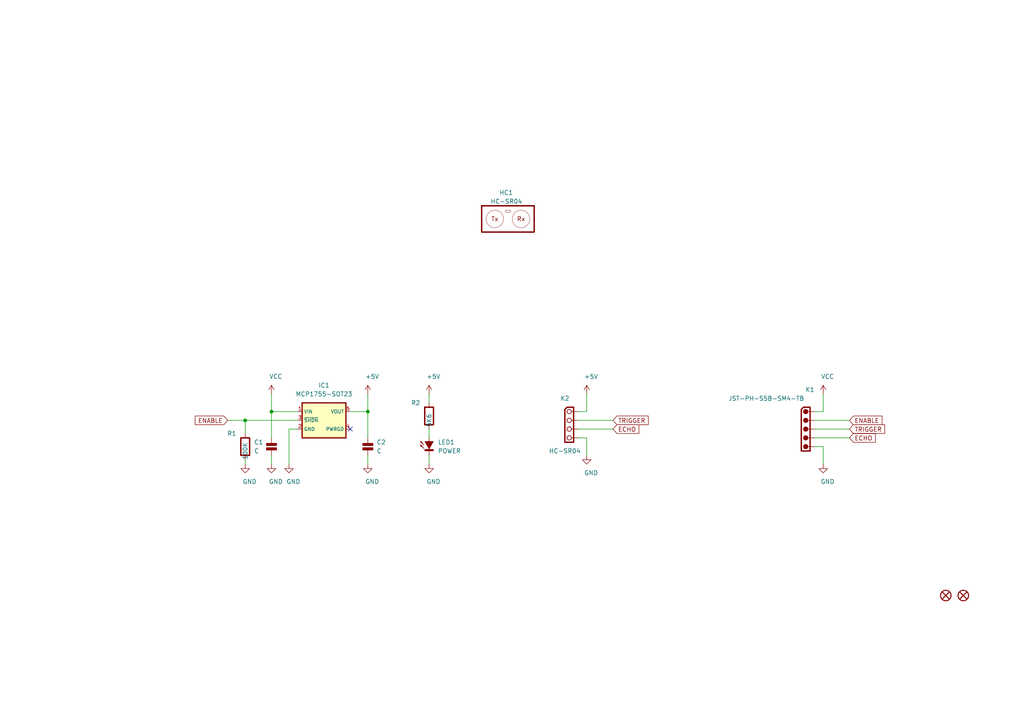
<source format=kicad_sch>
(kicad_sch (version 20210126) (generator eeschema)
  (paper "A4")
  (title_block (title "Diagram") (date "01/2021") (rev "A") (comment 1 "TBOT - PIC8-Bit"))
  (lib_symbols
    (symbol "power:+5V" (power) (pin_names (offset 0))
      (property "Value" "+5V" (at 0 3.556 0))
      (symbol "+5V_0_1"
        (polyline (pts (xy -0.762 1.27) (xy 0 2.54)))
        (polyline (pts (xy 0 0) (xy 0 2.54)))
        (polyline (pts (xy 0 2.54) (xy 0.762 1.27)))
      )
      (symbol "+5V_1_1"
        (pin power_in line (at 0 0 90) (length 0) hide (name "+5V") (number "1"))
      )
    )
    (symbol "power:GND" (power) (pin_names (offset 0))
      (property "Value" "GND" (at 0 -3.81 0))
      (symbol "GND_0_1"
        (polyline (pts (xy 0 0) (xy 0 -1.27) (xy 1.27 -1.27) (xy 0 -2.54) (xy -1.27 -1.27) (xy 0 -1.27)))
      )
      (symbol "GND_1_1"
        (pin power_in line (at 0 0 270) (length 0) hide (name "GND") (number "1"))
      )
    )
    (symbol "power:VCC" (power) (pin_names (offset 0))
      (property "Value" "VCC" (at 0 3.81 0))
      (symbol "VCC_0_1"
        (polyline (pts (xy -0.762 1.27) (xy 0 2.54)))
        (polyline (pts (xy 0 0) (xy 0 2.54)))
        (polyline (pts (xy 0 2.54) (xy 0.762 1.27)))
      )
      (symbol "VCC_1_1"
        (pin power_in line (at 0 0 90) (length 0) hide (name "VCC") (number "1"))
      )
    )
    (symbol "tronixALL:C" (pin_numbers hide) (pin_names (offset 0) hide)
      (property "Reference" "C" (at 0.635 2.54 0))
      (property "Value" "C" (at 0.635 -2.54 0))
      (symbol "C_0_1"
        (rectangle (start -1.524 -0.254) (end 1.524 -1.016) (stroke (width 0.001)) (fill (type outline)))
        (rectangle (start -1.524 1.016) (end 1.524 0.254) (stroke (width 0.001)) (fill (type outline)))
      )
      (symbol "C_1_1"
        (pin passive line (at 0 2.54 270) (length 1.905) (name "~") (number "1"))
        (pin passive line (at 0 -2.54 90) (length 1.905) (name "~") (number "2"))
      )
    )
    (symbol "tronixALL:HC-SR04" (pin_names (offset 0.5) hide)
      (property "Reference" "HC" (at 0 5.08 0))
      (property "Value" "HC-SR04" (at 0 -5.08 0))
      (symbol "HC-SR04_0_0"
        (text "Tx" (at -3.81 0 0) (effects (font (size 1.27 1.27))))
        (text "Rx" (at 3.81 0 0) (effects (font (size 1.27 1.27))))
      )
      (symbol "HC-SR04_0_1"
        (arc (start -0.635 1.905) (end -0.635 2.54) (radius (at -0.3016 2.2225) (length 0.4604) (angles -136.4 136.4)) (stroke (width 0.0006)))
        (arc (start 0.635 2.54) (end 0.635 1.905) (radius (at 0.3063 2.2225) (length 0.457) (angles 44 -44)) (stroke (width 0.0006)))
        (circle (center 3.81 0) (radius 2.54) (stroke (width 0.0006)))
        (circle (center -3.81 0) (radius 2.54) (stroke (width 0.0006)))
        (rectangle (start -7.62 3.81) (end 7.62 -3.81) (stroke (width 0.4)))
        (polyline (pts (xy -0.635 1.905) (xy 0.635 1.905)) (stroke (width 0.0006)))
        (polyline (pts (xy 0.635 2.54) (xy -0.635 2.54)) (stroke (width 0.0006)))
      )
    )
    (symbol "tronixALL:JST-PH-S5B-SM4-TB" (pin_numbers hide) (pin_names (offset 0) hide)
      (property "Reference" "K" (at 0 2.54 0))
      (property "Value" "JST-PH-S5B-SM4-TB" (at 0 -12.7 0))
      (symbol "JST-PH-S5B-SM4-TB_0_1"
        (circle (center 0 0) (radius 0.635) (stroke (width 0.2)) (fill (type outline)))
        (circle (center 0 -2.54) (radius 0.635) (stroke (width 0.2)) (fill (type outline)))
        (circle (center 0 -5.08) (radius 0.635) (stroke (width 0.2)) (fill (type outline)))
        (circle (center 0 -7.62) (radius 0.635) (stroke (width 0.2)) (fill (type outline)))
        (circle (center 0 -10.16) (radius 0.635) (stroke (width 0.2)) (fill (type outline)))
        (polyline (pts (xy -1.27 -11.43) (xy 1.27 -11.43) (xy 1.27 0.635) (xy 0.635 1.27) (xy -1.27 1.27) (xy -1.27 -11.43)) (stroke (width 0.4)))
      )
      (symbol "JST-PH-S5B-SM4-TB_1_1"
        (pin passive line (at -2.54 0 0) (length 1.905) (name "1") (number "1"))
        (pin passive line (at -2.54 -2.54 0) (length 1.905) (name "2") (number "2"))
        (pin passive line (at -2.54 -5.08 0) (length 1.905) (name "3") (number "3"))
        (pin passive line (at -2.54 -7.62 0) (length 1.905) (name "4") (number "4"))
        (pin passive line (at -2.54 -10.16 0) (length 1.905) (name "5") (number "5"))
      )
    )
    (symbol "tronixALL:LED" (pin_numbers hide) (pin_names (offset 0) hide)
      (property "Reference" "LED" (at 0 -2.54 0))
      (property "Value" "LED" (at 0 -5.08 0))
      (symbol "LED_0_1"
        (rectangle (start -1.27 1.27) (end -0.762 -1.27) (stroke (width 0.001)) (fill (type outline)))
        (polyline (pts (xy 1.524 -1.27) (xy 1.524 1.27) (xy -0.762 0) (xy 1.524 -1.27)) (stroke (width 0.001)) (fill (type outline)))
        (polyline (pts (xy 0.508 1.524) (xy 1.524 2.54) (xy 1.27 2.032) (xy 1.016 2.286) (xy 1.524 2.54)) (stroke (width 0.2)))
        (polyline (pts (xy -0.508 1.524) (xy 0.508 2.54) (xy 0.254 2.032) (xy 0 2.286) (xy 0.508 2.54)) (stroke (width 0.2)))
      )
      (symbol "LED_1_1"
        (pin passive line (at -2.54 0 0) (length 1.27) (name "K") (number "1"))
        (pin passive line (at 2.54 0 180) (length 1.27) (name "A") (number "2"))
      )
    )
    (symbol "tronixALL:MCP1755-SOT23" (pin_names (offset 0.5))
      (property "Reference" "IC" (at 0 7.62 0))
      (property "Value" "MCP1755-SOT23" (at 0 -7.62 0))
      (symbol "MCP1755-SOT23_0_1"
        (rectangle (start -6.35 5.08) (end 6.35 -5.08) (stroke (width 0.4)) (fill (type background)))
      )
      (symbol "MCP1755-SOT23_1_1"
        (pin power_in line (at -7.62 2.54 0) (length 1.27) (name "VIN") (number "1"))
        (pin power_in line (at -7.62 -2.54 0) (length 1.27) (name "GND") (number "2"))
        (pin input line (at -7.62 0 0) (length 1.27) (name "~SHDN") (number "3"))
        (pin open_collector line (at 7.62 -2.54 180) (length 1.27) (name "PWRGD") (number "4"))
        (pin input line (at 7.62 2.54 180) (length 1.27) (name "VOUT") (number "5"))
      )
    )
    (symbol "tronixALL:MOUNTING-HOLE-MASK-3MM_1" (pin_numbers hide) (pin_names (offset 0) hide) (in_bom no)
      (symbol "MOUNTING-HOLE-MASK-3MM_1_0_1"
        (circle (center 0 0) (radius 1.524) (stroke (width 0.3)))
        (polyline (pts (xy -1.016 -1.016) (xy 1.016 1.016)) (stroke (width 0.3)))
        (polyline (pts (xy 1.016 -1.016) (xy -1.016 1.016)) (stroke (width 0.3)))
      )
    )
    (symbol "tronixALL:MOUNTING-HOLE-MASK-3MM_3" (pin_numbers hide) (pin_names (offset 0) hide) (in_bom no)
      (symbol "MOUNTING-HOLE-MASK-3MM_3_0_1"
        (circle (center 0 0) (radius 1.524) (stroke (width 0.3)))
        (polyline (pts (xy -1.016 -1.016) (xy 1.016 1.016)) (stroke (width 0.3)))
        (polyline (pts (xy 1.016 -1.016) (xy -1.016 1.016)) (stroke (width 0.3)))
      )
    )
    (symbol "tronixALL:R" (pin_numbers hide) (pin_names (offset 0) hide)
      (property "Reference" "R" (at 2.54 0 90))
      (property "Value" "R" (at 0 0 90))
      (symbol "R_0_1"
        (rectangle (start -1.27 -2.54) (end 1.27 2.54) (stroke (width 0.4)))
      )
      (symbol "R_1_1"
        (pin passive line (at 0 3.81 270) (length 1.27) (name "~") (number "1"))
        (pin passive line (at 0 -3.81 90) (length 1.27) (name "~") (number "2"))
      )
    )
    (symbol "tronixALL:SSW-104-02-T-S-RA" (pin_numbers hide) (pin_names (offset 0) hide)
      (property "Reference" "K" (at 0 2.54 0))
      (property "Value" "SSW-104-02-T-S-RA" (at 0 -10.16 0))
      (symbol "SSW-104-02-T-S-RA_0_1"
        (circle (center 0 0) (radius 0.635) (stroke (width 0.2)))
        (circle (center 0 -2.54) (radius 0.635) (stroke (width 0.2)))
        (circle (center 0 -5.08) (radius 0.635) (stroke (width 0.2)))
        (circle (center 0 -7.62) (radius 0.635) (stroke (width 0.2)))
        (polyline (pts (xy -1.27 -8.89) (xy 1.27 -8.89) (xy 1.27 0.635) (xy 0.635 1.27) (xy -1.27 1.27) (xy -1.27 -8.89)) (stroke (width 0.4)))
      )
      (symbol "SSW-104-02-T-S-RA_1_1"
        (pin passive line (at -2.54 0 0) (length 1.905) (name "1") (number "1"))
        (pin passive line (at -2.54 -2.54 0) (length 1.905) (name "2") (number "2"))
        (pin passive line (at -2.54 -5.08 0) (length 1.905) (name "3") (number "3"))
        (pin passive line (at -2.54 -7.62 0) (length 1.905) (name "4") (number "4"))
      )
    )
  )
  (junction (at 71.12 121.92) (diameter 0.9144))
  (junction (at 78.74 119.38) (diameter 0.9144))
  (junction (at 106.68 119.38) (diameter 0.9144))
  (no_connect (at 101.6 124.46))
  (wire (pts (xy 66.04 121.92) (xy 71.12 121.92)))
  (wire (pts (xy 71.12 121.92) (xy 71.12 125.73)))
  (wire (pts (xy 71.12 121.92) (xy 86.36 121.92)))
  (wire (pts (xy 71.12 133.35) (xy 71.12 134.62)))
  (wire (pts (xy 78.74 119.38) (xy 78.74 114.3)))
  (wire (pts (xy 78.74 119.38) (xy 78.74 127)))
  (wire (pts (xy 78.74 132.08) (xy 78.74 134.62)))
  (wire (pts (xy 83.82 124.46) (xy 83.82 134.62)))
  (wire (pts (xy 86.36 119.38) (xy 78.74 119.38)))
  (wire (pts (xy 86.36 124.46) (xy 83.82 124.46)))
  (wire (pts (xy 101.6 119.38) (xy 106.68 119.38)))
  (wire (pts (xy 106.68 119.38) (xy 106.68 114.3)))
  (wire (pts (xy 106.68 119.38) (xy 106.68 127)))
  (wire (pts (xy 106.68 132.08) (xy 106.68 134.62)))
  (wire (pts (xy 124.46 114.3) (xy 124.46 116.84)))
  (wire (pts (xy 124.46 124.46) (xy 124.46 127)))
  (wire (pts (xy 124.46 132.08) (xy 124.46 134.62)))
  (wire (pts (xy 167.64 119.38) (xy 170.18 119.38)))
  (wire (pts (xy 167.64 121.92) (xy 177.8 121.92)))
  (wire (pts (xy 167.64 124.46) (xy 177.8 124.46)))
  (wire (pts (xy 167.64 127) (xy 170.18 127)))
  (wire (pts (xy 170.18 114.3) (xy 170.18 119.38)))
  (wire (pts (xy 170.18 127) (xy 170.18 132.08)))
  (wire (pts (xy 236.22 119.38) (xy 238.76 119.38)))
  (wire (pts (xy 236.22 121.92) (xy 246.38 121.92)))
  (wire (pts (xy 236.22 124.46) (xy 246.38 124.46)))
  (wire (pts (xy 236.22 127) (xy 246.38 127)))
  (wire (pts (xy 236.22 129.54) (xy 238.76 129.54)))
  (wire (pts (xy 238.76 119.38) (xy 238.76 114.3)))
  (wire (pts (xy 238.76 129.54) (xy 238.76 134.62)))
  (global_label "ENABLE" (shape input) (at 66.04 121.92 180) (property "Intersheet References" "${INTERSHEET_REFS}" (effects hide)))
  (global_label "TRIGGER" (shape input) (at 177.8 121.92 0) (property "Intersheet References" "${INTERSHEET_REFS}" (effects hide)))
  (global_label "ECHO" (shape input) (at 177.8 124.46 0) (property "Intersheet References" "${INTERSHEET_REFS}" (effects hide)))
  (global_label "ENABLE" (shape input) (at 246.38 121.92 0) (property "Intersheet References" "${INTERSHEET_REFS}" (effects hide)))
  (global_label "TRIGGER" (shape input) (at 246.38 124.46 0) (property "Intersheet References" "${INTERSHEET_REFS}" (effects hide)))
  (global_label "ECHO" (shape input) (at 246.38 127 0) (property "Intersheet References" "${INTERSHEET_REFS}" (effects hide)))
  (symbol (lib_id "power:VCC") (at 78.74 114.3 0) (unit 1)
    (property "Reference" "#PWR02" (effects hide))
    (property "Value" "VCC" (at 80.01 109.22 0))
  )
  (symbol (lib_id "power:+5V") (at 106.68 114.3 0) (unit 1)
    (property "Reference" "#PWR05" (effects hide))
    (property "Value" "+5V" (at 107.95 109.22 0))
  )
  (symbol (lib_id "power:+5V") (at 124.46 114.3 0) (unit 1)
    (property "Reference" "#PWR07" (effects hide))
    (property "Value" "+5V" (at 125.73 109.22 0))
  )
  (symbol (lib_id "power:+5V") (at 170.18 114.3 0) (unit 1)
    (property "Reference" "#PWR0102" (effects hide))
    (property "Value" "+5V" (at 171.45 109.22 0))
  )
  (symbol (lib_id "power:VCC") (at 238.76 114.3 0) (unit 1)
    (property "Reference" "#PWR012" (effects hide))
    (property "Value" "VCC" (at 240.03 109.22 0))
  )
  (symbol (lib_id "power:GND") (at 71.12 134.62 0) (unit 1)
    (property "Reference" "#PWR01" (effects hide))
    (property "Value" "GND" (at 72.39 139.7 0))
  )
  (symbol (lib_id "power:GND") (at 78.74 134.62 0) (unit 1)
    (property "Reference" "#PWR03" (effects hide))
    (property "Value" "GND" (at 80.01 139.7 0))
  )
  (symbol (lib_id "power:GND") (at 83.82 134.62 0) (unit 1)
    (property "Reference" "#PWR04" (effects hide))
    (property "Value" "GND" (at 85.09 139.7 0))
  )
  (symbol (lib_id "power:GND") (at 106.68 134.62 0) (unit 1)
    (property "Reference" "#PWR06" (effects hide))
    (property "Value" "GND" (at 107.95 139.7 0))
  )
  (symbol (lib_id "power:GND") (at 124.46 134.62 0) (unit 1)
    (property "Reference" "#PWR08" (effects hide))
    (property "Value" "GND" (at 125.73 139.7 0))
  )
  (symbol (lib_id "power:GND") (at 170.18 132.08 0) (unit 1)
    (property "Reference" "#PWR0101" (effects hide))
    (property "Value" "GND" (at 171.45 137.16 0))
  )
  (symbol (lib_id "power:GND") (at 238.76 134.62 0) (unit 1)
    (property "Reference" "#PWR013" (effects hide))
    (property "Value" "GND" (at 240.03 139.7 0))
  )
  (symbol (lib_name "tronixALL:MOUNTING-HOLE-MASK-3MM_3") (lib_id "tronixALL:MOUNTING-HOLE-MASK-3MM") (at 274.32 172.72 0) (unit 1)
    (property "Reference" "H1" (effects hide))
    (property "Value" "MOUNTING-HOLE-MASK-3MM" (effects hide))
    (property "Footprint" "tronixALL:M3-MASK" (effects hide))
  )
  (symbol (lib_name "tronixALL:MOUNTING-HOLE-MASK-3MM_1") (lib_id "tronixALL:MOUNTING-HOLE-MASK-3MM") (at 279.4 172.72 0) (unit 1)
    (property "Reference" "H2" (effects hide))
    (property "Value" "MOUNTING-HOLE-MASK-3MM" (effects hide))
    (property "Footprint" "tronixALL:M3-MASK" (effects hide))
  )
  (symbol (lib_id "tronixALL:C") (at 78.74 129.54 0) (unit 1)
    (property "Reference" "C1" (at 73.66 128.27 0) (effects (justify left)))
    (property "Value" "C" (at 73.66 130.81 0) (effects (justify left)))
    (property "Footprint" "tronixALL:CAPACITOR_1206" (effects hide))
  )
  (symbol (lib_id "tronixALL:C") (at 106.68 129.54 0) (unit 1)
    (property "Reference" "C2" (at 109.22 128.27 0) (effects (justify left)))
    (property "Value" "C" (at 109.22 130.81 0) (effects (justify left)))
    (property "Footprint" "tronixALL:CAPACITOR_1206" (effects hide))
  )
  (symbol (lib_id "tronixALL:LED") (at 124.46 129.54 90) (unit 1)
    (property "Reference" "LED1" (at 127 128.27 90) (effects (justify right)))
    (property "Value" "POWER" (at 127 130.81 90) (effects (justify right)))
    (property "Footprint" "tronixALL:LED_1206" (effects hide))
  )
  (symbol (lib_id "tronixALL:R") (at 71.12 129.54 0) (unit 1)
    (property "Reference" "R1" (at 68.58 125.73 0) (effects (justify right)))
    (property "Value" "100K" (at 71.12 130.81 90))
    (property "Footprint" "tronixALL:RESISTOR_1206" (effects hide))
  )
  (symbol (lib_id "tronixALL:R") (at 124.46 120.65 0) (unit 1)
    (property "Reference" "R2" (at 121.92 116.84 0) (effects (justify right)))
    (property "Value" "5K6" (at 124.46 121.92 90))
    (property "Footprint" "tronixALL:RESISTOR_1206" (effects hide))
  )
  (symbol (lib_id "tronixALL:SSW-104-02-T-S-RA") (at 165.1 119.38 0) (mirror y) (unit 1)
    (property "Reference" "K2" (at 163.83 115.57 0))
    (property "Value" "HC-SR04" (at 163.83 130.81 0))
    (property "Footprint" "tronixALL:SSW-104-02-T-S-RA" (effects hide))
    (property "Datasheet" "http://suddendocs.samtec.com/catalog_english/ssw_th.pdf" (effects hide))
  )
  (symbol (lib_id "tronixALL:JST-PH-S5B-SM4-TB") (at 233.68 119.38 0) (mirror y) (unit 1)
    (property "Reference" "K1" (at 234.95 113.03 0))
    (property "Value" "JST-PH-S5B-SM4-TB" (at 222.25 115.57 0))
    (property "Footprint" "tronixALL:JST-S5B-PH-SM4-TB" (effects hide))
    (property "Datasheet" "https://www.jst-mfg.com/product/pdf/eng/ePH.pdf?603fef265f00b" (effects hide))
  )
  (symbol (lib_id "tronixALL:HC-SR04") (at 147.32 63.5 0) (unit 1)
    (property "Reference" "HC1" (at 144.78 55.88 0) (effects (justify left)))
    (property "Value" "HC-SR04" (at 142.24 58.42 0) (effects (justify left)))
    (property "Footprint" "tronixALL:HC-SR04" (effects hide))
    (property "Datasheet" "https://cdn.sparkfun.com/datasheets/Sensors/Proximity/HCSR04.pdf" (effects hide))
  )
  (symbol (lib_id "tronixALL:MCP1755-SOT23") (at 93.98 121.92 0) (unit 1)
    (property "Reference" "IC1" (at 93.98 111.76 0))
    (property "Value" "MCP1755-SOT23" (at 93.98 114.3 0))
    (property "Footprint" "tronixALL:SOT-23-5" (effects hide))
    (property "Datasheet" "https://www.microchip.com/wwwproducts/en/MCP1755" (effects hide))
  )
)
</source>
